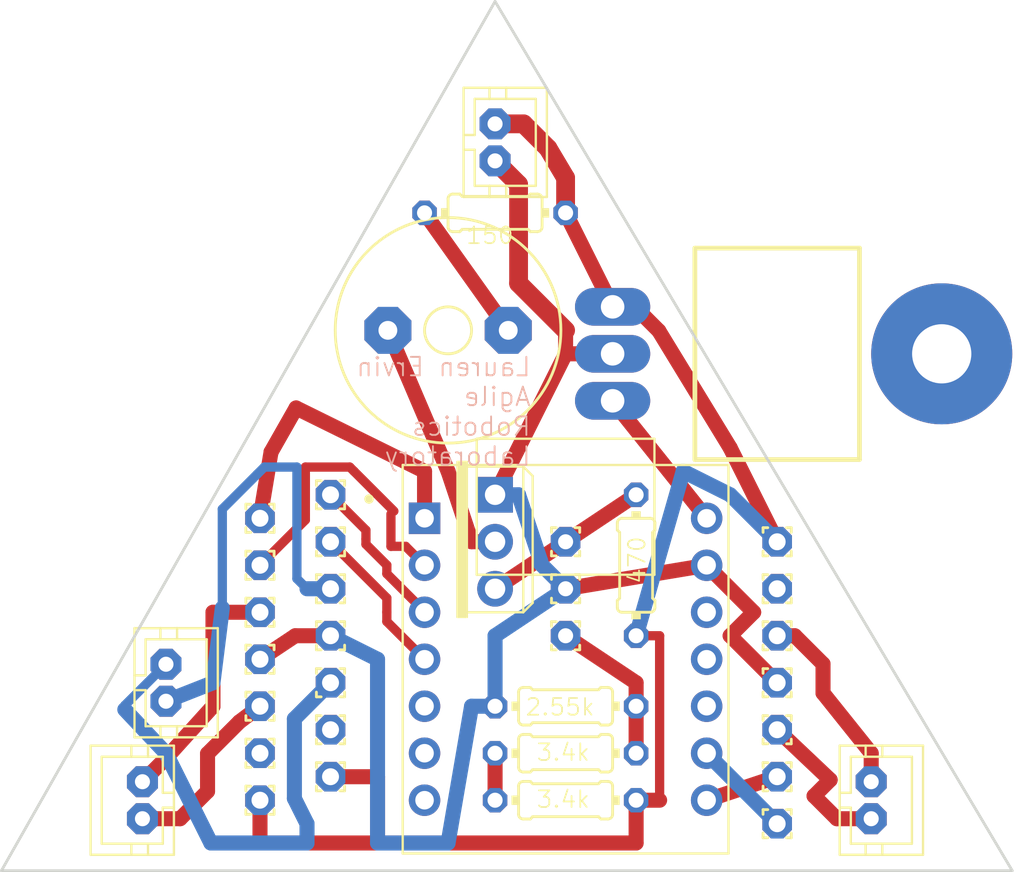
<source format=kicad_pcb>
(kicad_pcb (version 20221018) (generator pcbnew)
  (layers (0 "F.Cu" signal) (1 "In1.Cu" signal) (2 "In2.Cu" signal) (3 "In3.Cu" signal) (4 "In4.Cu" signal) (5 "In5.Cu" signal) (6 "In6.Cu" signal) (7 "In7.Cu" signal) (8 "In8.Cu" signal) (9 "In9.Cu" signal) (10 "In10.Cu" signal) (11 "In11.Cu" signal) (12 "In12.Cu" signal) (13 "In13.Cu" signal) (14 "In14.Cu" signal) (31 "B.Cu" signal) (34 "B.Paste" user) (35 "F.Paste" user) (36 "B.SilkS" user "B.Silkscreen") (37 "F.SilkS" user "F.Silkscreen") (38 "B.Mask" user) (39 "F.Mask" user) (44 "Edge.Cuts" user))
  (net 0 "")
  (net 1 "GND")
  (net 2 "VCC")
  (net 3 "IN5")
  (net 4 "IN6")
  (net 5 "IN3")
  (net 6 "IN4")
  (net 7 "IN1")
  (net 8 "IN2")
  (net 9 "GNDM1")
  (net 10 "VCCM1")
  (net 11 "GNDM2")
  (net 12 "VCCM2")
  (net 13 "GNDM3")
  (net 14 "VCCM3")
  (net 15 "VCC5V")
  (net 16 "SDA")
  (net 17 "SCL")
  (net 18 "VOUT")
  (net 19 "REFV")
  (net 20 "SERIES")
  (net 21 "BPOS")
  (net 22 "DRAIN")
  (footprint "brobot_v1:1,6_0,9" (layer "F.Cu") (at 135.1661 109.4486)
    (fp_text reference "PAD35" hide)
    (fp_text value "WIREPAD1,6/0,9")
    (pad "1" thru_hole roundrect (at 0 0) (size 1.6002 1.6002) (drill 0.9144) (layers "*.Cu" "*.Mask") (chamfer_ratio 0.2928932188) (chamfer top_left top_right bottom_left bottom_right) (net 7 "IN1"))
  )
  (footprint "brobot_v1:JST-PH2" (layer "F.Cu") (at 130.0861 118.3386 -90)
    (fp_text reference "P2" hide)
    (fp_text value "" hide)
    (pad "1" thru_hole roundrect (at 1 0 270) (size 1.6764 1.6764) (drill 0.8128) (layers "*.Cu" "*.Mask") (chamfer_ratio 0.2928932188) (chamfer top_left top_right bottom_left bottom_right) (net 11 "GNDM2"))
    (pad "2" thru_hole roundrect (at -1 0 270) (size 1.6764 1.6764) (drill 0.8128) (layers "*.Cu" "*.Mask") (chamfer_ratio 0.2928932188) (chamfer top_left top_right bottom_left bottom_right) (net 12 "VCCM2"))
  )
  (footprint "brobot_v1:0204_7" (layer "F.Cu") (at 151.6761 119.6086 180)
    (fp_text reference "R1" hide)
    (fp_text value "2.55k" (at -1.6256 0.482596) (layer "F.SilkS") (effects (font (size 0.901446 0.901446) (thickness 0.089154)) (justify right top)))
    (pad "1" thru_hole roundrect (at -3.81 0 180) (size 1.3208 1.3208) (drill 0.8128) (layers "*.Cu" "*.Mask") (chamfer_ratio 0.2928932188) (chamfer top_left top_right bottom_left bottom_right) (net 19 "REFV"))
    (pad "2" thru_hole roundrect (at 3.81 0 180) (size 1.3208 1.3208) (drill 0.8128) (layers "*.Cu" "*.Mask") (chamfer_ratio 0.2928932188) (chamfer top_left top_right bottom_left bottom_right) (net 1 "GND"))
  )
  (footprint "brobot_v1:1,6_0,9" (layer "F.Cu") (at 163.1061 125.9586)
    (fp_text reference "PAD54" hide)
    (fp_text value "WIREPAD1,6/0,9")
    (pad "1" thru_hole roundrect (at 0 0) (size 1.6002 1.6002) (drill 0.9144) (layers "*.Cu" "*.Mask") (chamfer_ratio 0.2928932188) (chamfer top_left top_right bottom_left bottom_right) (net 3 "IN5"))
  )
  (footprint "brobot_v1:AL60P" (layer "F.Cu") (at 145.3261 99.2886)
    (fp_text reference "SP1" hide)
    (fp_text value "AL60P" hide)
    (pad "1" thru_hole roundrect (at -3.2512 0) (size 2.54 2.54) (drill 1.016) (layers "*.Cu" "*.Mask") (chamfer_ratio 0.2928932188) (chamfer top_left top_right bottom_left bottom_right) (net 22 "DRAIN"))
    (pad "2" thru_hole roundrect (at 3.2512 0) (size 2.54 2.54) (drill 1.016) (layers "*.Cu" "*.Mask") (chamfer_ratio 0.2928932188) (chamfer top_left top_right bottom_left bottom_right) (net 21 "BPOS"))
  )
  (footprint "brobot_v1:0204_7" (layer "F.Cu") (at 147.8661 92.9386)
    (fp_text reference "R5" hide)
    (fp_text value "150" (at -1.6256 1.7526) (layer "F.SilkS") (effects (font (size 0.901446 0.901446) (thickness 0.089154)) (justify left bottom)))
    (pad "1" thru_hole roundrect (at -3.81 0) (size 1.3208 1.3208) (drill 0.8128) (layers "*.Cu" "*.Mask") (chamfer_ratio 0.2928932188) (chamfer top_left top_right bottom_left bottom_right) (net 21 "BPOS"))
    (pad "2" thru_hole roundrect (at 3.81 0) (size 1.3208 1.3208) (drill 0.8128) (layers "*.Cu" "*.Mask") (chamfer_ratio 0.2928932188) (chamfer top_left top_right bottom_left bottom_right) (net 2 "VCC"))
  )
  (footprint "brobot_v1:1,6_0,9" (layer "F.Cu") (at 135.1661 119.6086)
    (fp_text reference "PAD31" hide)
    (fp_text value "WIREPAD1,6/0,9")
    (pad "1" thru_hole roundrect (at 0 0) (size 1.6002 1.6002) (drill 0.9144) (layers "*.Cu" "*.Mask") (chamfer_ratio 0.2928932188) (chamfer top_left top_right bottom_left bottom_right) (net 10 "VCCM1"))
  )
  (footprint "brobot_v1:1,6_0,9" (layer "F.Cu") (at 135.1661 122.1486)
    (fp_text reference "PAD30" hide)
    (fp_text value "WIREPAD1,6/0,9")
    (pad "1" thru_hole roundrect (at 0 0) (size 1.6002 1.6002) (drill 0.9144) (layers "*.Cu" "*.Mask") (chamfer_ratio 0.2928932188) (chamfer top_left top_right bottom_left bottom_right))
  )
  (footprint "brobot_v1:TO220_ALT" (layer "F.Cu") (at 147.8661 110.7186)
    (fp_text reference "Q1" hide)
    (fp_text value "IRF510" hide)
    (pad "1" thru_hole rect (at 0 -2.54) (size 1.9304 1.9304) (drill 1.1) (layers "*.Cu" "*.Mask") (net 1 "GND"))
    (pad "2" thru_hole circle (at 0 0) (size 1.9304 1.9304) (drill 1.1) (layers "*.Cu" "*.Mask") (net 22 "DRAIN"))
    (pad "3" thru_hole circle (at 0 2.54) (size 1.9304 1.9304) (drill 1.1) (layers "*.Cu" "*.Mask") (net 18 "VOUT"))
  )
  (footprint "brobot_v1:1,6_0,8" (layer "F.Cu") (at 151.6761 115.7986)
    (fp_text reference "PAD41" hide)
    (fp_text value "")
    (pad "1" thru_hole roundrect (at 0 0) (size 1.6002 1.6002) (drill 0.8128) (layers "*.Cu" "*.Mask") (chamfer_ratio 0.2928932188) (chamfer top_left top_right bottom_left bottom_right) (net 19 "REFV"))
  )
  (footprint "brobot_v1:1,6_0,8" (layer "F.Cu") (at 151.6761 113.2586)
    (fp_text reference "PAD40" hide)
    (fp_text value "")
    (pad "1" thru_hole roundrect (at 0 0) (size 1.6002 1.6002) (drill 0.8128) (layers "*.Cu" "*.Mask") (chamfer_ratio 0.2928932188) (chamfer top_left top_right bottom_left bottom_right) (net 1 "GND"))
  )
  (footprint "brobot_v1:1,6_0,9" (layer "F.Cu") (at 138.9761 108.1786)
    (fp_text reference "PAD36" hide)
    (fp_text value "WIREPAD1,6/0,9")
    (pad "1" thru_hole roundrect (at 0 0) (size 1.6002 1.6002) (drill 0.9144) (layers "*.Cu" "*.Mask") (chamfer_ratio 0.2928932188) (chamfer top_left top_right bottom_left bottom_right) (net 5 "IN3"))
  )
  (footprint "brobot_v1:1,6_0,8" (layer "F.Cu") (at 151.6761 110.7186)
    (fp_text reference "PAD39" hide)
    (fp_text value "")
    (pad "1" thru_hole roundrect (at 0 0) (size 1.6002 1.6002) (drill 0.8128) (layers "*.Cu" "*.Mask") (chamfer_ratio 0.2928932188) (chamfer top_left top_right bottom_left bottom_right) (net 18 "VOUT"))
  )
  (footprint "brobot_v1:1,6_0,9" (layer "F.Cu") (at 138.9761 118.3386)
    (fp_text reference "PAD45" hide)
    (fp_text value "WIREPAD1,6/0,9")
    (pad "1" thru_hole roundrect (at 0 0) (size 1.6002 1.6002) (drill 0.9144) (layers "*.Cu" "*.Mask") (chamfer_ratio 0.2928932188) (chamfer top_left top_right bottom_left bottom_right) (net 12 "VCCM2"))
  )
  (footprint "brobot_v1:TO-220" (layer "F.Cu") (at 165.6461 100.5586 -90)
    (fp_text reference "U2" hide)
    (fp_text value "" hide)
    (pad "1" thru_hole oval (at -2.54 11.43) (size 4.064 2.032) (drill 1.27) (layers "*.Cu" "*.Mask") (net 2 "VCC"))
    (pad "2" thru_hole oval (at 0 11.43) (size 4.064 2.032) (drill 1.27) (layers "*.Cu" "*.Mask") (net 1 "GND"))
    (pad "3" thru_hole oval (at 2.54 11.43) (size 4.064 2.032) (drill 1.27) (layers "*.Cu" "*.Mask") (net 15 "VCC5V"))
    (pad "HEAT" thru_hole circle (at 0 -6.35 270) (size 7.62 7.62) (drill 3.2004) (layers "*.Cu" "*.Mask") (net 1 "GND"))
  )
  (footprint "brobot_v1:1,6_0,9" (layer "F.Cu") (at 138.9761 115.7986)
    (fp_text reference "PAD44" hide)
    (fp_text value "WIREPAD1,6/0,9")
    (pad "1" thru_hole roundrect (at 0 0) (size 1.6002 1.6002) (drill 0.9144) (layers "*.Cu" "*.Mask") (chamfer_ratio 0.2928932188) (chamfer top_left top_right bottom_left bottom_right) (net 1 "GND"))
  )
  (footprint "brobot_v1:1,6_0,9" (layer "F.Cu") (at 163.1061 113.2586)
    (fp_text reference "PAD49" hide)
    (fp_text value "WIREPAD1,6/0,9")
    (pad "1" thru_hole roundrect (at 0 0) (size 1.6002 1.6002) (drill 0.9144) (layers "*.Cu" "*.Mask") (chamfer_ratio 0.2928932188) (chamfer top_left top_right bottom_left bottom_right))
  )
  (footprint "brobot_v1:1,6_0,9" (layer "F.Cu") (at 138.9761 120.8786)
    (fp_text reference "PAD46" hide)
    (fp_text value "WIREPAD1,6/0,9")
    (pad "1" thru_hole roundrect (at 0 0) (size 1.6002 1.6002) (drill 0.9144) (layers "*.Cu" "*.Mask") (chamfer_ratio 0.2928932188) (chamfer top_left top_right bottom_left bottom_right))
  )
  (footprint "brobot_v1:1,6_0,9" (layer "F.Cu") (at 163.1061 123.4186)
    (fp_text reference "PAD53" hide)
    (fp_text value "WIREPAD1,6/0,9")
    (pad "1" thru_hole roundrect (at 0 0) (size 1.6002 1.6002) (drill 0.9144) (layers "*.Cu" "*.Mask") (chamfer_ratio 0.2928932188) (chamfer top_left top_right bottom_left bottom_right) (net 4 "IN6"))
  )
  (footprint "brobot_v1:0204_7" (layer "F.Cu") (at 151.6761 122.1486)
    (fp_text reference "R3" hide)
    (fp_text value "3.4k" (at -1.6256 0.4826) (layer "F.SilkS") (effects (font (size 0.901446 0.901446) (thickness 0.089154)) (justify left bottom)))
    (pad "1" thru_hole roundrect (at -3.81 0) (size 1.3208 1.3208) (drill 0.8128) (layers "*.Cu" "*.Mask") (chamfer_ratio 0.2928932188) (chamfer top_left top_right bottom_left bottom_right) (net 20 "SERIES"))
    (pad "2" thru_hole roundrect (at 3.81 0) (size 1.3208 1.3208) (drill 0.8128) (layers "*.Cu" "*.Mask") (chamfer_ratio 0.2928932188) (chamfer top_left top_right bottom_left bottom_right) (net 19 "REFV"))
  )
  (footprint "brobot_v1:1,6_0,9" (layer "F.Cu") (at 135.1661 124.6886)
    (fp_text reference "PAD29" hide)
    (fp_text value "WIREPAD1,6/0,9")
    (pad "1" thru_hole roundrect (at 0 0) (size 1.6002 1.6002) (drill 0.9144) (layers "*.Cu" "*.Mask") (chamfer_ratio 0.2928932188) (chamfer top_left top_right bottom_left bottom_right) (net 2 "VCC"))
  )
  (footprint "brobot_v1:1,6_0,9" (layer "F.Cu") (at 135.1661 114.5286)
    (fp_text reference "PAD33" hide)
    (fp_text value "WIREPAD1,6/0,9")
    (pad "1" thru_hole roundrect (at 0 0) (size 1.6002 1.6002) (drill 0.9144) (layers "*.Cu" "*.Mask") (chamfer_ratio 0.2928932188) (chamfer top_left top_right bottom_left bottom_right) (net 9 "GNDM1"))
  )
  (footprint "brobot_v1:0204_7" (layer "F.Cu") (at 155.4861 111.9886 -90)
    (fp_text reference "R4" hide)
    (fp_text value "470" (at -1.6256 0.4826 90) (layer "F.SilkS") (effects (font (size 0.901446 0.901446) (thickness 0.089154)) (justify right top)))
    (pad "1" thru_hole roundrect (at -3.81 0 270) (size 1.3208 1.3208) (drill 0.8128) (layers "*.Cu" "*.Mask") (chamfer_ratio 0.2928932188) (chamfer top_left top_right bottom_left bottom_right) (net 18 "VOUT"))
    (pad "2" thru_hole roundrect (at 3.81 0 270) (size 1.3208 1.3208) (drill 0.8128) (layers "*.Cu" "*.Mask") (chamfer_ratio 0.2928932188) (chamfer top_left top_right bottom_left bottom_right) (net 2 "VCC"))
  )
  (footprint "brobot_v1:1,6_0,9" (layer "F.Cu") (at 138.9761 110.7186)
    (fp_text reference "PAD42" hide)
    (fp_text value "WIREPAD1,6/0,9")
    (pad "1" thru_hole roundrect (at 0 0) (size 1.6002 1.6002) (drill 0.9144) (layers "*.Cu" "*.Mask") (chamfer_ratio 0.2928932188) (chamfer top_left top_right bottom_left bottom_right) (net 6 "IN4"))
  )
  (footprint "brobot_v1:1,6_0,9" (layer "F.Cu") (at 163.1061 118.3386)
    (fp_text reference "PAD51" hide)
    (fp_text value "WIREPAD1,6/0,9")
    (pad "1" thru_hole roundrect (at 0 0) (size 1.6002 1.6002) (drill 0.9144) (layers "*.Cu" "*.Mask") (chamfer_ratio 0.2928932188) (chamfer top_left top_right bottom_left bottom_right) (net 1 "GND"))
  )
  (footprint "brobot_v1:1,6_0,9" (layer "F.Cu") (at 138.9761 123.4186)
    (fp_text reference "PAD47" hide)
    (fp_text value "WIREPAD1,6/0,9")
    (pad "1" thru_hole roundrect (at 0 0) (size 1.6002 1.6002) (drill 0.9144) (layers "*.Cu" "*.Mask") (chamfer_ratio 0.2928932188) (chamfer top_left top_right bottom_left bottom_right) (net 2 "VCC"))
  )
  (footprint "brobot_v1:1,6_0,9" (layer "F.Cu") (at 163.1061 120.8786)
    (fp_text reference "PAD52" hide)
    (fp_text value "WIREPAD1,6/0,9")
    (pad "1" thru_hole roundrect (at 0 0) (size 1.6002 1.6002) (drill 0.9144) (layers "*.Cu" "*.Mask") (chamfer_ratio 0.2928932188) (chamfer top_left top_right bottom_left bottom_right) (net 13 "GNDM3"))
  )
  (footprint "brobot_v1:JST-PH2" (layer "F.Cu") (at 168.1861 124.6886 -90)
    (fp_text reference "P3" hide)
    (fp_text value "" hide)
    (pad "1" thru_hole roundrect (at 1 0 270) (size 1.6764 1.6764) (drill 0.8128) (layers "*.Cu" "*.Mask") (chamfer_ratio 0.2928932188) (chamfer top_left top_right bottom_left bottom_right) (net 13 "GNDM3"))
    (pad "2" thru_hole roundrect (at -1 0 270) (size 1.6764 1.6764) (drill 0.8128) (layers "*.Cu" "*.Mask") (chamfer_ratio 0.2928932188) (chamfer top_left top_right bottom_left bottom_right) (net 14 "VCCM3"))
  )
  (footprint "" (layer "F.Cu") (at 173.2661 127.2286)
    (fp_text reference "@HOLE1" hide)
    (fp_text value "" (at 0 0) (layer "F.SilkS") (effects (font (size 1.27 1.27))))
    (pad "" np_thru_hole circle (at 0 0) (size 1 1) (drill 1) (layers "*.Cu" "*.Mask"))
  )
  (footprint "brobot_v1:1,6_0,9" (layer "F.Cu") (at 135.1661 111.9886)
    (fp_text reference "PAD34" hide)
    (fp_text value "WIREPAD1,6/0,9")
    (pad "1" thru_hole roundrect (at 0 0) (size 1.6002 1.6002) (drill 0.9144) (layers "*.Cu" "*.Mask") (chamfer_ratio 0.2928932188) (chamfer top_left top_right bottom_left bottom_right) (net 8 "IN2"))
  )
  (footprint "" (layer "F.Cu") (at 147.8661 84.0486)
    (fp_text reference "@HOLE0" hide)
    (fp_text value "" (at 0 0) (layer "F.SilkS") (effects (font (size 1.27 1.27))))
    (pad "" np_thru_hole circle (at 0 0) (size 1 1) (drill 1) (layers "*.Cu" "*.Mask"))
  )
  (footprint "brobot_v1:1,6_0,9" (layer "F.Cu") (at 135.1661 117.0686)
    (fp_text reference "PAD32" hide)
    (fp_text value "WIREPAD1,6/0,9")
    (pad "1" thru_hole roundrect (at 0 0) (size 1.6002 1.6002) (drill 0.9144) (layers "*.Cu" "*.Mask") (chamfer_ratio 0.2928932188) (chamfer top_left top_right bottom_left bottom_right) (net 1 "GND"))
  )
  (footprint "brobot_v1:JST-PH2" (layer "F.Cu") (at 128.8161 124.6886 90)
    (fp_text reference "P1" hide)
    (fp_text value "" hide)
    (pad "1" thru_hole roundrect (at 1 0 90) (size 1.6764 1.6764) (drill 0.8128) (layers "*.Cu" "*.Mask") (chamfer_ratio 0.2928932188) (chamfer top_left top_right bottom_left bottom_right) (net 9 "GNDM1"))
    (pad "2" thru_hole roundrect (at -1 0 90) (size 1.6764 1.6764) (drill 0.8128) (layers "*.Cu" "*.Mask") (chamfer_ratio 0.2928932188) (chamfer top_left top_right bottom_left bottom_right) (net 10 "VCCM1"))
  )
  (footprint "brobot_v1:XIAO-GENERIC-THRUHOLE-MODULE14P-2.54-21X17.8MM" (layer "F.Cu") (at 151.6761 117.0686)
    (fp_text reference "U1" hide)
    (fp_text value "XIAO-THRUHOLE" hide)
    (pad "1" thru_hole rect (at -7.62 -7.62) (size 1.7 1.7) (drill 1) (layers "*.Cu" "*.Mask") (net 7 "IN1"))
    (pad "2" thru_hole circle (at -7.62 -5.08) (size 1.7 1.7) (drill 1) (layers "*.Cu" "*.Mask") (net 8 "IN2"))
    (pad "3" thru_hole circle (at -7.62 -2.54) (size 1.7 1.7) (drill 1) (layers "*.Cu" "*.Mask") (net 5 "IN3"))
    (pad "4" thru_hole circle (at -7.62 0) (size 1.7 1.7) (drill 1) (layers "*.Cu" "*.Mask") (net 6 "IN4"))
    (pad "5" thru_hole circle (at -7.62 2.54) (size 1.7 1.7) (drill 1) (layers "*.Cu" "*.Mask") (net 16 "SDA"))
    (pad "6" thru_hole circle (at -7.62 5.08) (size 1.7 1.7) (drill 1) (layers "*.Cu" "*.Mask") (net 17 "SCL"))
    (pad "7" thru_hole circle (at -7.62 7.62) (size 1.7 1.7) (drill 1) (layers "*.Cu" "*.Mask"))
    (pad "8" thru_hole circle (at 7.62 7.62) (size 1.7 1.7) (drill 1) (layers "*.Cu" "*.Mask") (net 4 "IN6"))
    (pad "9" thru_hole circle (at 7.62 5.08) (size 1.7 1.7) (drill 1) (layers "*.Cu" "*.Mask") (net 3 "IN5"))
    (pad "10" thru_hole circle (at 7.62 2.54) (size 1.7 1.7) (drill 1) (layers "*.Cu" "*.Mask"))
    (pad "11" thru_hole circle (at 7.62 0) (size 1.7 1.7) (drill 1) (layers "*.Cu" "*.Mask"))
    (pad "12" thru_hole circle (at 7.62 -2.54) (size 1.7 1.7) (drill 1) (layers "*.Cu" "*.Mask"))
    (pad "13" thru_hole circle (at 7.62 -5.08) (size 1.7 1.7) (drill 1) (layers "*.Cu" "*.Mask") (net 1 "GND"))
    (pad "14" thru_hole circle (at 7.62 -7.62) (size 1.7 1.7) (drill 1) (layers "*.Cu" "*.Mask") (net 15 "VCC5V"))
  )
  (footprint "brobot_v1:JST-PH2" (layer "F.Cu") (at 147.8661 89.1286 -90)
    (fp_text reference "P4" hide)
    (fp_text value "" hide)
    (pad "1" thru_hole roundrect (at 1 0 270) (size 1.6764 1.6764) (drill 0.8128) (layers "*.Cu" "*.Mask") (chamfer_ratio 0.2928932188) (chamfer top_left top_right bottom_left bottom_right) (net 1 "GND"))
    (pad "2" thru_hole roundrect (at -1 0 270) (size 1.6764 1.6764) (drill 0.8128) (layers "*.Cu" "*.Mask") (chamfer_ratio 0.2928932188) (chamfer top_left top_right bottom_left bottom_right) (net 2 "VCC"))
  )
  (footprint "brobot_v1:1,6_0,9" (layer "F.Cu") (at 138.9761 113.2586)
    (fp_text reference "PAD43" hide)
    (fp_text value "WIREPAD1,6/0,9")
    (pad "1" thru_hole roundrect (at 0 0) (size 1.6002 1.6002) (drill 0.9144) (layers "*.Cu" "*.Mask") (chamfer_ratio 0.2928932188) (chamfer top_left top_right bottom_left bottom_right) (net 11 "GNDM2"))
  )
  (footprint "brobot_v1:1,6_0,9" (layer "F.Cu") (at 163.1061 110.7186)
    (fp_text reference "PAD48" hide)
    (fp_text value "WIREPAD1,6/0,9")
    (pad "1" thru_hole roundrect (at 0 0) (size 1.6002 1.6002) (drill 0.9144) (layers "*.Cu" "*.Mask") (chamfer_ratio 0.2928932188) (chamfer top_left top_right bottom_left bottom_right) (net 2 "VCC"))
  )
  (footprint "brobot_v1:0204_7" (layer "F.Cu") (at 151.6761 124.6886)
    (fp_text reference "R2" hide)
    (fp_text value "3.4k" (at -1.6256 0.4826) (layer "F.SilkS") (effects (font (size 0.901446 0.901446) (thickness 0.089154)) (justify left bottom)))
    (pad "1" thru_hole roundrect (at -3.81 0) (size 1.3208 1.3208) (drill 0.8128) (layers "*.Cu" "*.Mask") (chamfer_ratio 0.2928932188) (chamfer top_left top_right bottom_left bottom_right) (net 20 "SERIES"))
    (pad "2" thru_hole roundrect (at 3.81 0) (size 1.3208 1.3208) (drill 0.8128) (layers "*.Cu" "*.Mask") (chamfer_ratio 0.2928932188) (chamfer top_left top_right bottom_left bottom_right) (net 2 "VCC"))
  )
  (footprint "" (layer "F.Cu") (at 123.7361 127.2286)
    (fp_text reference "@HOLE2" hide)
    (fp_text value "" (at 0 0) (layer "F.SilkS") (effects (font (size 1.27 1.27))))
    (pad "" np_thru_hole circle (at 0 0) (size 1 1) (drill 1) (layers "*.Cu" "*.Mask"))
  )
  (footprint "brobot_v1:1,6_0,9" (layer "F.Cu") (at 163.1061 115.7986)
    (fp_text reference "PAD50" hide)
    (fp_text value "WIREPAD1,6/0,9")
    (pad "1" thru_hole roundrect (at 0 0) (size 1.6002 1.6002) (drill 0.9144) (layers "*.Cu" "*.Mask") (chamfer_ratio 0.2928932188) (chamfer top_left top_right bottom_left bottom_right) (net 14 "VCCM3"))
  )
  (gr_line (start 175.8061 128.4986) (end 147.8661 81.5086) (stroke (width 0.1524)) (layer "Edge.Cuts"))
  (gr_line (start 147.8661 81.5086) (end 121.1961 128.4986) (stroke (width 0.1524)) (layer "Edge.Cuts"))
  (gr_line (start 121.1961 128.4986) (end 175.8061 128.4986) (stroke (width 0.1524)) (layer "Edge.Cuts"))
  (gr_text "Lauren Ervin\nAgile\nRobotics\nLaboratory" (at 149.86 106.68) (layer "B.SilkS") (effects (font (size 1 1) (thickness 0.1)) (justify left bottom mirror)))
  (segment (start 149.1361 96.7486) (end 151.6761 99.2886) (width 1.016) (layer "F.Cu") (net 1))
  (segment (start 163.1061 118.3386) (end 160.5661 115.7986) (width 0.8128) (layer "F.Cu") (net 1))
  (segment (start 137.0711 115.7986) (end 135.1661 117.0686) (width 0.8128) (layer "F.Cu") (net 1))
  (segment (start 159.2961 111.9886) (end 151.6761 113.2586) (width 0.8128) (layer "F.Cu") (net 1))
  (segment (start 149.1361 91.3986) (end 149.1361 96.7486) (width 1.016) (layer "F.Cu") (net 1))
  (segment (start 137.0711 115.7986) (end 138.9761 115.7986) (width 0.8128) (layer "F.Cu") (net 1))
  (segment (start 147.8661 90.1286) (end 149.1361 91.3986) (width 1.016) (layer "F.Cu") (net 1))
  (segment (start 160.5661 115.7986) (end 161.8361 114.5286) (width 0.8128) (layer "F.Cu") (net 1))
  (segment (start 161.8361 114.5286) (end 159.2961 111.9886) (width 0.8128) (layer "F.Cu") (net 1))
  (segment (start 151.6761 99.2886) (end 151.6761 100.5586) (width 0.8128) (layer "F.Cu") (net 1))
  (segment (start 147.8661 108.1786) (end 151.6761 100.5586) (width 0.8128) (layer "F.Cu") (net 1))
  (segment (start 151.6761 100.5586) (end 154.2161 100.5586) (width 0.8128) (layer "F.Cu") (net 1))
  (segment (start 147.8661 119.6086) (end 147.8661 115.7986) (width 0.8128) (layer "B.Cu") (net 1))
  (segment (start 150.3299 111.76) (end 149.1361 108.1786) (width 0.8128) (layer "B.Cu") (net 1))
  (segment (start 147.8661 115.7986) (end 151.6761 113.2586) (width 0.8128) (layer "B.Cu") (net 1))
  (segment (start 141.5161 117.0686) (end 141.5161 127) (width 0.8128) (layer "B.Cu") (net 1))
  (segment (start 141.5161 127) (end 145.3261 127) (width 0.8128) (layer "B.Cu") (net 1))
  (segment (start 146.5961 119.6086) (end 147.8661 119.6086) (width 0.8128) (layer "B.Cu") (net 1))
  (segment (start 150.3299 111.9124) (end 150.3299 111.76) (width 0.8128) (layer "B.Cu") (net 1))
  (segment (start 145.3261 127) (end 146.5961 119.6086) (width 0.8128) (layer "B.Cu") (net 1))
  (segment (start 151.6761 113.2586) (end 150.3299 111.9124) (width 0.8128) (layer "B.Cu") (net 1))
  (segment (start 149.1361 108.1786) (end 147.8661 108.1786) (width 0.8128) (layer "B.Cu") (net 1))
  (segment (start 138.9761 115.7986) (end 141.5161 117.0686) (width 0.8128) (layer "B.Cu") (net 1))
  (segment (start 156.7561 115.7986) (end 156.7561 124.6886) (width 0.5) (layer "F.Cu") (net 2))
  (segment (start 141.5161 127) (end 155.4861 127) (width 0.8128) (layer "F.Cu") (net 2))
  (segment (start 151.6761 91.047372) (end 151.6761 92.9386) (width 1.016) (layer "F.Cu") (net 2))
  (segment (start 156.7561 124.6886) (end 155.4861 124.6886) (width 0.8128) (layer "F.Cu") (net 2))
  (segment (start 155.4861 127) (end 155.4861 124.6886) (width 0.8128) (layer "F.Cu") (net 2))
  (segment (start 156.710584 99.315663) (end 160.5661 105.6386) (width 0.8128) (layer "F.Cu") (net 2))
  (segment (start 138.9761 123.4186) (end 141.5161 123.4186) (width 0.8128) (layer "F.Cu") (net 2))
  (segment (start 147.8661 88.1286) (end 149.4061 88.1286) (width 1.016) (layer "F.Cu") (net 2))
  (segment (start 150.724565 89.447066) (end 151.6761 91.047372) (width 1.016) (layer "F.Cu") (net 2))
  (segment (start 151.6761 92.9386) (end 154.2161 98.0186) (width 0.8128) (layer "F.Cu") (net 2))
  (segment (start 149.4061 88.1286) (end 150.724565 89.447066) (width 1.016) (layer "F.Cu") (net 2))
  (segment (start 155.413521 98.0186) (end 156.710584 99.315663) (width 0.8128) (layer "F.Cu") (net 2))
  (segment (start 154.2161 98.0186) (end 155.413521 98.0186) (width 0.8128) (layer "F.Cu") (net 2))
  (segment (start 155.4861 115.7986) (end 156.7561 115.7986) (width 0.5) (layer "F.Cu") (net 2))
  (segment (start 141.5161 127) (end 135.1661 127) (width 0.8128) (layer "F.Cu") (net 2))
  (segment (start 160.5661 105.6386) (end 163.1061 110.7186) (width 0.8128) (layer "F.Cu") (net 2))
  (segment (start 141.5161 123.4186) (end 141.5161 127) (width 0.8128) (layer "F.Cu") (net 2))
  (segment (start 135.1661 127) (end 135.1661 124.6886) (width 0.8128) (layer "F.Cu") (net 2))
  (segment (start 158.0261 106.9086) (end 155.4861 115.7986) (width 0.8128) (layer "B.Cu") (net 2))
  (segment (start 160.5661 108.1786) (end 158.0261 106.9086) (width 0.8128) (layer "B.Cu") (net 2))
  (segment (start 163.1061 110.7186) (end 160.5661 108.1786) (width 0.8128) (layer "B.Cu") (net 2))
  (segment (start 163.1061 125.9586) (end 159.2961 122.1486) (width 0.8128) (layer "B.Cu") (net 3))
  (segment (start 163.1061 123.4186) (end 159.2961 124.6886) (width 0.8128) (layer "F.Cu") (net 4))
  (segment (start 138.9761 108.1786) (end 140.889567 110.092067) (width 0.5) (layer "F.Cu") (net 5))
  (segment (start 143.87322 114.3) (end 144.0561 114.5286) (width 0.8128) (layer "F.Cu") (net 5))
  (segment (start 140.889567 110.092067) (end 140.889567 110.570433) (width 0.5) (layer "F.Cu") (net 5))
  (segment (start 140.889567 110.852655) (end 142.018456 111.981544) (width 0.5) (layer "F.Cu") (net 5))
  (segment (start 142.018456 112.445236) (end 143.87322 114.3) (width 0.5) (layer "F.Cu") (net 5))
  (segment (start 142.018456 111.981544) (end 142.018456 112.445236) (width 0.5) (layer "F.Cu") (net 5))
  (segment (start 140.889567 110.570433) (end 140.889567 110.852655) (width 0.5) (layer "F.Cu") (net 5))
  (segment (start 142.018456 113.760956) (end 142.018456 114.521544) (width 0.5) (layer "F.Cu") (net 6))
  (segment (start 142.018456 115.030956) (end 144.0561 117.0686) (width 0.5) (layer "F.Cu") (net 6))
  (segment (start 142.018456 114.521544) (end 142.018456 115.030956) (width 0.5) (layer "F.Cu") (net 6))
  (segment (start 138.9761 110.7186) (end 142.018456 113.760956) (width 0.5) (layer "F.Cu") (net 6))
  (segment (start 135.762543 105.869938) (end 137.11634 103.484682) (width 0.8128) (layer "F.Cu") (net 7))
  (segment (start 135.1661 109.4486) (end 135.762543 105.869938) (width 0.8128) (layer "F.Cu") (net 7))
  (segment (start 137.11634 103.484682) (end 144.0561 106.9086) (width 0.8128) (layer "F.Cu") (net 7))
  (segment (start 144.0561 106.9086) (end 144.0561 109.4486) (width 0.8128) (layer "F.Cu") (net 7))
  (segment (start 137.6172 109.5375) (end 137.6172 109.22) (width 0.5) (layer "F.Cu") (net 8))
  (segment (start 142.24 109.22) (end 142.24 110.963763) (width 0.5) (layer "F.Cu") (net 8))
  (segment (start 137.6172 109.22) (end 137.6172 106.68) (width 0.5) (layer "F.Cu") (net 8))
  (segment (start 135.1661 111.9886) (end 137.6172 109.5375) (width 0.5) (layer "F.Cu") (net 8))
  (segment (start 140.0175 106.68) (end 140.2461 106.9086) (width 0.5) (layer "F.Cu") (net 8))
  (segment (start 142.24 110.963763) (end 143.031263 110.963763) (width 0.5) (layer "F.Cu") (net 8))
  (segment (start 137.6172 106.68) (end 140.0175 106.68) (width 0.5) (layer "F.Cu") (net 8))
  (segment (start 140.2461 106.9086) (end 142.39875 109.06125) (width 0.5) (layer "F.Cu") (net 8))
  (segment (start 143.031263 110.963763) (end 144.0561 111.9886) (width 0.5) (layer "F.Cu") (net 8))
  (segment (start 132.6261 119.6086) (end 132.6261 114.5286) (width 0.8128) (layer "F.Cu") (net 9))
  (segment (start 128.8161 123.6886) (end 130.0861 122.4186) (width 0.8128) (layer "F.Cu") (net 9))
  (segment (start 132.6261 114.5286) (end 135.1661 114.5286) (width 0.8128) (layer "F.Cu") (net 9))
  (segment (start 130.0861 122.4186) (end 132.6261 119.6086) (width 0.8128) (layer "F.Cu") (net 9))
  (segment (start 132.33235 122.17235) (end 134.052787 120.451913) (width 0.8128) (layer "F.Cu") (net 10))
  (segment (start 128.8161 125.6886) (end 130.8514 125.6886) (width 0.8128) (layer "F.Cu") (net 10))
  (segment (start 130.8514 125.6886) (end 132.33235 124.20765) (width 0.8128) (layer "F.Cu") (net 10))
  (segment (start 132.33235 124.20765) (end 132.33235 122.17235) (width 0.8128) (layer "F.Cu") (net 10))
  (segment (start 134.052787 120.451913) (end 135.1661 119.6086) (width 0.8128) (layer "F.Cu") (net 10))
  (segment (start 137.16 106.68) (end 137.16 112.7125) (width 0.5) (layer "B.Cu") (net 11))
  (segment (start 137.16 112.7125) (end 137.7061 113.2586) (width 0.5) (layer "B.Cu") (net 11))
  (segment (start 133.130926 114.3) (end 133.130926 108.950962) (width 0.5) (layer "B.Cu") (net 11))
  (segment (start 133.130926 108.950962) (end 135.010944 107.070944) (width 0.5) (layer "B.Cu") (net 11))
  (segment (start 130.0861 119.3386) (end 132.6261 118.3386) (width 0.8128) (layer "B.Cu") (net 11))
  (segment (start 135.010944 107.070944) (end 135.401888 106.68) (width 0.5) (layer "B.Cu") (net 11))
  (segment (start 137.7061 113.2586) (end 138.9761 113.2586) (width 0.8128) (layer "B.Cu") (net 11))
  (segment (start 133.130926 114.3) (end 132.6261 118.3386) (width 0.8128) (layer "B.Cu") (net 11))
  (segment (start 135.401888 106.68) (end 137.16 106.68) (width 0.5) (layer "B.Cu") (net 11))
  (segment (start 138.9761 118.3386) (end 137.024533 120.290167) (width 0.8128) (layer "B.Cu") (net 12))
  (segment (start 132.5118 127) (end 130.0861 122.1486) (width 0.8128) (layer "B.Cu") (net 12))
  (segment (start 127.862881 119.561819) (end 127.862881 119.788394) (width 0.5) (layer "B.Cu") (net 12))
  (segment (start 137.7061 125.9586) (end 137.7061 127) (width 0.8128) (layer "B.Cu") (net 12))
  (segment (start 137.024533 124.595467) (end 137.7061 125.9586) (width 0.8128) (layer "B.Cu") (net 12))
  (segment (start 130.0861 117.3386) (end 127.862881 119.561819) (width 0.5) (layer "B.Cu") (net 12))
  (segment (start 137.7061 127) (end 132.5118 127) (width 0.8128) (layer "B.Cu") (net 12))
  (segment (start 127.862881 119.788394) (end 130.0861 122.1486) (width 0.8128) (layer "B.Cu") (net 12))
  (segment (start 137.024533 120.290167) (end 137.024533 124.595467) (width 0.8128) (layer "B.Cu") (net 12))
  (segment (start 168.1861 125.6886) (end 166.3286 125.6886) (width 0.8128) (layer "F.Cu") (net 13))
  (segment (start 163.1061 120.8786) (end 165.969854 123.590146) (width 0.8128) (layer "F.Cu") (net 13))
  (segment (start 165.1 124.46) (end 165.969854 123.590146) (width 0.8128) (layer "F.Cu") (net 13))
  (segment (start 166.3286 125.6886) (end 165.1 124.46) (width 0.8128) (layer "F.Cu") (net 13))
  (segment (start 168.1861 122.1486) (end 168.1861 123.6886) (width 0.8128) (layer "F.Cu") (net 14))
  (segment (start 164.0586 115.7986) (end 165.584011 117.324011) (width 0.8128) (layer "F.Cu") (net 14))
  (segment (start 163.1061 115.7986) (end 164.0586 115.7986) (width 0.8128) (layer "F.Cu") (net 14))
  (segment (start 165.584011 118.895989) (end 168.1861 122.1486) (width 0.8128) (layer "F.Cu") (net 14))
  (segment (start 165.584011 117.324011) (end 165.584011 118.895989) (width 0.8128) (layer "F.Cu") (net 14))
  (segment (start 154.2161 103.0986) (end 159.2961 109.4486) (width 0.8128) (layer "F.Cu") (net 15))
  (segment (start 147.8661 113.2586) (end 151.6761 110.7186) (width 0.8128) (layer "F.Cu") (net 18))
  (segment (start 155.4861 108.1786) (end 151.6761 110.7186) (width 0.8128) (layer "F.Cu") (net 18))
  (segment (start 155.4861 122.1486) (end 155.4861 119.6086) (width 0.8128) (layer "F.Cu") (net 19))
  (segment (start 155.4861 118.3386) (end 155.4861 119.6086) (width 0.8128) (layer "F.Cu") (net 19))
  (segment (start 151.6761 115.7986) (end 155.4861 118.3386) (width 0.8128) (layer "F.Cu") (net 19))
  (segment (start 147.8661 124.6886) (end 147.8661 122.1486) (width 0.8128) (layer "F.Cu") (net 20))
  (segment (start 148.5773 99.2886) (end 144.0561 92.9386) (width 0.8128) (layer "F.Cu") (net 21))
  (segment (start 142.0749 99.2886) (end 145.3261 106.9086) (width 0.8128) (layer "F.Cu") (net 22))
  (segment (start 145.3261 106.9086) (end 146.5961 110.7186) (width 0.8128) (layer "F.Cu") (net 22))
  (segment (start 146.5961 110.7186) (end 147.8661 110.7186) (width 0.8128) (layer "F.Cu") (net 22))
)
</source>
